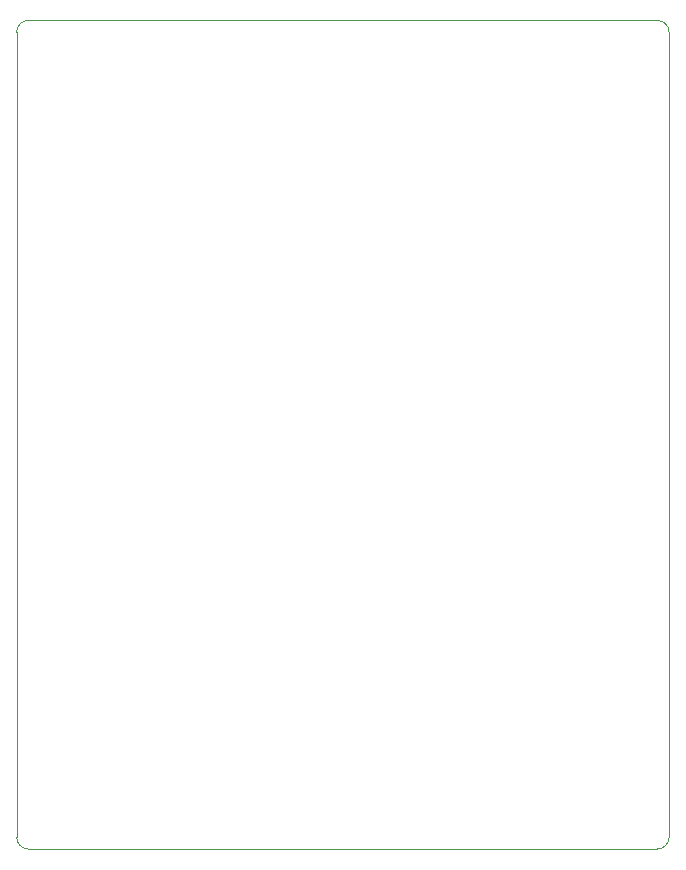
<source format=gbr>
%TF.GenerationSoftware,KiCad,Pcbnew,8.0.3-8.0.3-0~ubuntu22.04.1*%
%TF.CreationDate,2024-07-11T19:27:40-06:00*%
%TF.ProjectId,FCC_KiCAD,4643435f-4b69-4434-9144-2e6b69636164,rev?*%
%TF.SameCoordinates,Original*%
%TF.FileFunction,Profile,NP*%
%FSLAX46Y46*%
G04 Gerber Fmt 4.6, Leading zero omitted, Abs format (unit mm)*
G04 Created by KiCad (PCBNEW 8.0.3-8.0.3-0~ubuntu22.04.1) date 2024-07-11 19:27:40*
%MOMM*%
%LPD*%
G01*
G04 APERTURE LIST*
%TA.AperFunction,Profile*%
%ADD10C,0.050000*%
%TD*%
G04 APERTURE END LIST*
D10*
X123687107Y-131902893D02*
X176940000Y-131900000D01*
X122687107Y-62747107D02*
X122687107Y-130902893D01*
X123687107Y-131902893D02*
G75*
G02*
X122687107Y-130902893I-7J999993D01*
G01*
X177940000Y-130900000D02*
G75*
G02*
X176940000Y-131900000I-1000000J0D01*
G01*
X176930000Y-61750000D02*
X123687107Y-61747107D01*
X176930000Y-61750000D02*
G75*
G02*
X177930000Y-62750000I0J-1000000D01*
G01*
X177940000Y-130900000D02*
X177930000Y-62750000D01*
X122687107Y-62747107D02*
G75*
G02*
X123687107Y-61747107I999993J7D01*
G01*
M02*

</source>
